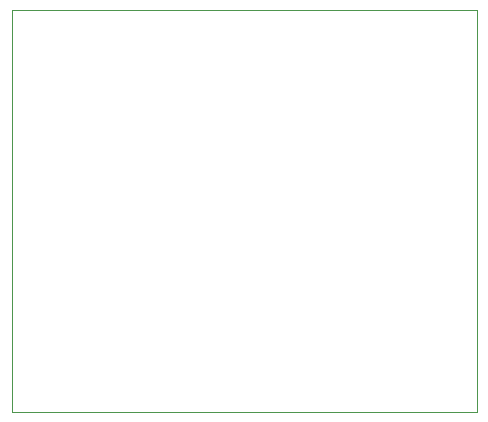
<source format=gbp>
G75*
%MOIN*%
%OFA0B0*%
%FSLAX25Y25*%
%IPPOS*%
%LPD*%
%AMOC8*
5,1,8,0,0,1.08239X$1,22.5*
%
%ADD10C,0.00000*%
D10*
X0001824Y0001500D02*
X0001824Y0135500D01*
X0156824Y0135500D01*
X0156824Y0001500D01*
X0001824Y0001500D01*
M02*

</source>
